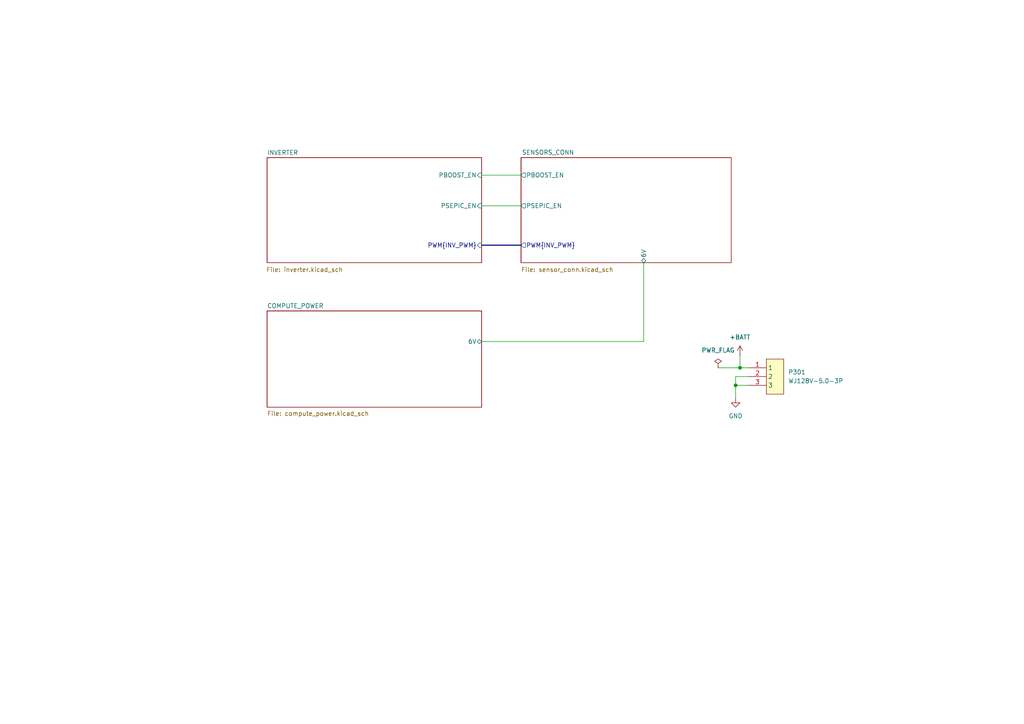
<source format=kicad_sch>
(kicad_sch (version 20250114) (generator "eeschema") (generator_version "9.0")
  (paper "A4")
  (lib_symbols
    (symbol "iw-connector:WJ128V-5.0-3P"
      (property "Reference" "P" (at 0 0 0))
      (property "Value" "WJ128V-5.0-3P" (at 0 -10.16 0))
      (symbol "WJ128V-5.0-3P_0_1"
        (rectangle (start -5.08 5.08) (end 5.08 0) (fill (type background)))
      )
      (symbol "WJ128V-5.0-3P_1_1"
        (pin passive line (at -2.54 -5.08 90) (length 5.08) (name "1") (number "1"))
        (pin passive line (at 0 -5.08 90) (length 5.08) (name "2") (number "2"))
        (pin passive line (at 2.54 -5.08 90) (length 5.08) (name "3") (number "3"))
      )
    )
    (symbol "power:+BATT" (power) (pin_numbers (hide yes)) (pin_names (offset 0) (hide yes))
      (property "Value" "+BATT" (at 0 3.556 0))
      (symbol "+BATT_0_1"
        (polyline (pts (xy -0.762 1.27) (xy 0 2.54)))
        (polyline (pts (xy 0 2.54) (xy 0.762 1.27)))
        (polyline (pts (xy 0 0) (xy 0 2.54)))
      )
      (symbol "+BATT_1_1"
        (pin power_in line (at 0 0 90) (length 0) (name "~") (number "1"))
      )
    )
    (symbol "power:GND" (power) (pin_numbers (hide yes)) (pin_names (offset 0) (hide yes))
      (property "Value" "GND" (at 0 -3.81 0))
      (symbol "GND_0_1"
        (polyline (pts (xy 0 0) (xy 0 -1.27) (xy 1.27 -1.27) (xy 0 -2.54) (xy -1.27 -1.27) (xy 0 -1.27)))
      )
      (symbol "GND_1_1"
        (pin power_in line (at 0 0 270) (length 0) (name "~") (number "1"))
      )
    )
    (symbol "power:PWR_FLAG" (power) (pin_numbers (hide yes)) (pin_names (offset 0) (hide yes))
      (property "Value" "PWR_FLAG" (at 0 3.81 0))
      (symbol "PWR_FLAG_0_0"
        (pin power_out line (at 0 0 90) (length 0) (name "~") (number "1"))
      )
      (symbol "PWR_FLAG_0_1"
        (polyline (pts (xy 0 0) (xy 0 1.27) (xy -1.016 1.905) (xy 0 2.54) (xy 1.016 1.905) (xy 0 1.27)))
      )
    )
  )
  (junction (at 214.63 106.68))
  (junction (at 213.36 111.76))
  (wire (pts (xy 139.7 99.06) (xy 186.69 99.06)))
  (bus (pts (xy 139.7 71.12) (xy 151.13 71.12)))
  (wire (pts (xy 214.63 106.68) (xy 217.17 106.68)))
  (wire (pts (xy 214.63 102.87) (xy 214.63 106.68)))
  (wire (pts (xy 213.36 111.76) (xy 217.17 111.76)))
  (wire (pts (xy 208.28 106.68) (xy 214.63 106.68)))
  (wire (pts (xy 186.69 99.06) (xy 186.69 76.2)))
  (wire (pts (xy 213.36 109.22) (xy 217.17 109.22)))
  (wire (pts (xy 139.7 59.69) (xy 151.13 59.69)))
  (wire (pts (xy 213.36 115.57) (xy 213.36 111.76)))
  (wire (pts (xy 213.36 111.76) (xy 213.36 109.22)))
  (wire (pts (xy 139.7 50.8) (xy 151.13 50.8)))
  (symbol (lib_id "power:+BATT") (at 214.63 102.87 0) (unit 1)
    (property "Reference" "#PWR0302" (effects (hide yes)))
    (property "Value" "+BATT" (at 214.63 97.79 0))
    (property "Description" "Power symbol creates a global label with name \"+BATT\"" (effects (hide yes)))
  )
  (symbol (lib_id "iw-connector:WJ128V-5.0-3P") (at 222.25 109.22 270) (unit 1)
    (property "Reference" "P301" (at 228.6 107.9499 90) (effects (justify left)))
    (property "Value" "WJ128V-5.0-3P" (at 228.6 110.4899 90) (effects (justify left)))
    (property "Footprint" "iw-connector:WJ128V-5.0-3P" (effects (hide yes)))
    (property "Datasheet" "https://lcsc.com/product-detail/Terminal-Blocks_WJ128V-5-0-3P_C8270.html" (effects (hide yes)))
    (property "LPN" "C8270" (effects (hide yes)))
    (property "MPN" "WJ128V-5.0-3P " (effects (hide yes)))
  )
  (symbol (lib_id "power:GND") (at 213.36 115.57 0) (unit 1)
    (property "Reference" "#PWR0301" (effects (hide yes)))
    (property "Value" "GND" (at 213.36 120.65 0))
    (property "Description" "Power symbol creates a global label with name \"GND\" , ground" (effects (hide yes)))
  )
  (symbol (lib_id "power:PWR_FLAG") (at 208.28 106.68 0) (unit 1)
    (property "Reference" "#FLG0303" (effects (hide yes)))
    (property "Value" "PWR_FLAG" (at 208.28 101.6 0))
    (property "Description" "Special symbol for telling ERC where power comes from" (effects (hide yes)))
  )
  (sheet (at 77.47 45.72) (size 62.23 30.48) (stroke (width 0.1524))
    (property "Sheetname" "INVERTER" (at 77.47 45.0084 0) (effects (justify left bottom)))
    (property "Sheetfile" "inverter.kicad_sch" (at 77.216 77.47 0) (effects (justify left top)))
    (pin "PSEPIC_EN" input (at 139.7 59.69 0))
    (pin "PWM{INV_PWM}" input (at 139.7 71.12 0))
    (pin "PBOOST_EN" input (at 139.7 50.8 0))
  )
  (sheet (at 77.47 90.17) (size 62.23 27.94) (stroke (width 0.1524))
    (property "Sheetname" "COMPUTE_POWER" (at 77.47 89.4584 0) (effects (justify left bottom)))
    (property "Sheetfile" "compute_power.kicad_sch" (at 77.47 119.2026 0) (effects (justify left top)))
    (pin "6V" bidirectional (at 139.7 99.06 0))
  )
  (sheet (at 151.13 45.72) (size 60.96 30.48) (stroke (width 0.1524))
    (property "Sheetname" "SENSORS_CONN" (at 151.384 44.958 0) (effects (justify left bottom)))
    (property "Sheetfile" "sensor_conn.kicad_sch" (at 151.13 77.47 0) (effects (justify left top)))
    (pin "PBOOST_EN" output (at 151.13 50.8 180))
    (pin "PWM{INV_PWM}" output (at 151.13 71.12 180))
    (pin "PSEPIC_EN" output (at 151.13 59.69 180))
    (pin "6V" bidirectional (at 186.69 76.2 270))
  )
)
</source>
